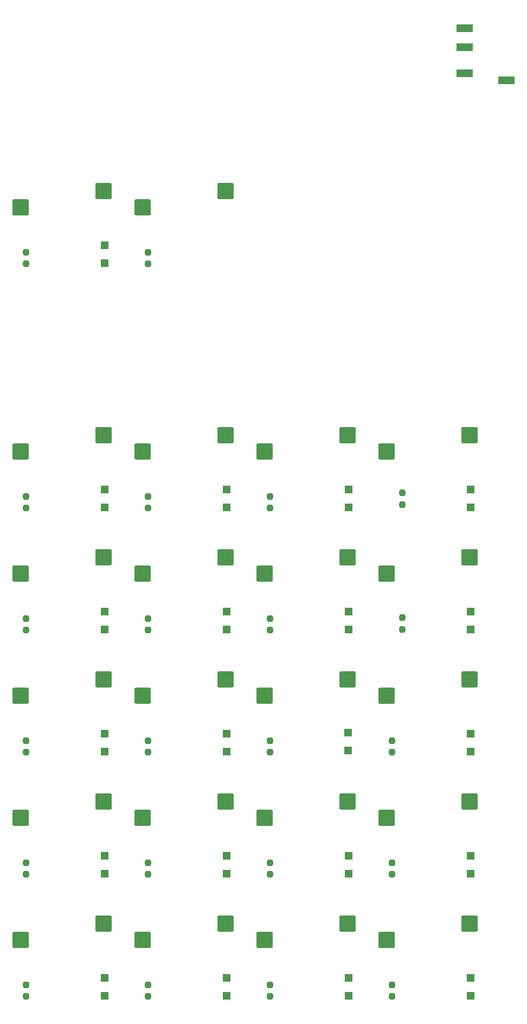
<source format=gbp>
%TF.GenerationSoftware,KiCad,Pcbnew,8.0.3*%
%TF.CreationDate,2024-07-24T12:49:43+02:00*%
%TF.ProjectId,programmable,70726f67-7261-46d6-9d61-626c652e6b69,rev?*%
%TF.SameCoordinates,Original*%
%TF.FileFunction,Paste,Bot*%
%TF.FilePolarity,Positive*%
%FSLAX46Y46*%
G04 Gerber Fmt 4.6, Leading zero omitted, Abs format (unit mm)*
G04 Created by KiCad (PCBNEW 8.0.3) date 2024-07-24 12:49:43*
%MOMM*%
%LPD*%
G01*
G04 APERTURE LIST*
G04 Aperture macros list*
%AMRoundRect*
0 Rectangle with rounded corners*
0 $1 Rounding radius*
0 $2 $3 $4 $5 $6 $7 $8 $9 X,Y pos of 4 corners*
0 Add a 4 corners polygon primitive as box body*
4,1,4,$2,$3,$4,$5,$6,$7,$8,$9,$2,$3,0*
0 Add four circle primitives for the rounded corners*
1,1,$1+$1,$2,$3*
1,1,$1+$1,$4,$5*
1,1,$1+$1,$6,$7*
1,1,$1+$1,$8,$9*
0 Add four rect primitives between the rounded corners*
20,1,$1+$1,$2,$3,$4,$5,0*
20,1,$1+$1,$4,$5,$6,$7,0*
20,1,$1+$1,$6,$7,$8,$9,0*
20,1,$1+$1,$8,$9,$2,$3,0*%
G04 Aperture macros list end*
%ADD10RoundRect,0.200000X-1.075000X-1.050000X1.075000X-1.050000X1.075000X1.050000X-1.075000X1.050000X0*%
%ADD11R,1.200000X1.200000*%
%ADD12RoundRect,0.237500X-0.237500X0.250000X-0.237500X-0.250000X0.237500X-0.250000X0.237500X0.250000X0*%
%ADD13R,2.500000X1.200000*%
G04 APERTURE END LIST*
D10*
%TO.C,S16*%
X109117500Y-138139600D03*
X122044500Y-135599600D03*
%TD*%
%TO.C,S6*%
X109117500Y-100039600D03*
X122044500Y-97499600D03*
%TD*%
%TO.C,S22*%
X109117500Y-176239600D03*
X122044500Y-173699600D03*
%TD*%
%TO.C,S18*%
X51967500Y-157189600D03*
X64894500Y-154649600D03*
%TD*%
%TO.C,S17*%
X90067500Y-176239600D03*
X102994500Y-173699600D03*
%TD*%
%TO.C,S19*%
X71017500Y-157189600D03*
X83944500Y-154649600D03*
%TD*%
%TO.C,S4*%
X71017500Y-100039600D03*
X83944500Y-97499600D03*
%TD*%
%TO.C,S21*%
X109117500Y-157189600D03*
X122044500Y-154649600D03*
%TD*%
%TO.C,S14*%
X71017500Y-138139600D03*
X83944500Y-135599600D03*
%TD*%
%TO.C,S9*%
X71017500Y-119089600D03*
X83944500Y-116549600D03*
%TD*%
%TO.C,S3*%
X51967500Y-100039600D03*
X64894500Y-97499600D03*
%TD*%
%TO.C,S1*%
X51967500Y-61939600D03*
X64894500Y-59399600D03*
%TD*%
%TO.C,S8*%
X51967500Y-119089600D03*
X64894500Y-116549600D03*
%TD*%
%TO.C,S5*%
X90067500Y-100039600D03*
X102994500Y-97499600D03*
%TD*%
%TO.C,S11*%
X109117500Y-119089600D03*
X122044500Y-116549600D03*
%TD*%
%TO.C,S15*%
X90067500Y-138139600D03*
X102994500Y-135599600D03*
%TD*%
%TO.C,S2*%
X71017500Y-61939600D03*
X83944500Y-59399600D03*
%TD*%
%TO.C,S10*%
X90067500Y-119089600D03*
X102994500Y-116549600D03*
%TD*%
%TO.C,S13*%
X51967500Y-138139600D03*
X64894500Y-135599600D03*
%TD*%
%TO.C,S12*%
X71017500Y-176239600D03*
X83944500Y-173699600D03*
%TD*%
%TO.C,S7*%
X51967500Y-176239600D03*
X64894500Y-173699600D03*
%TD*%
%TO.C,S20*%
X90067500Y-157189600D03*
X102994500Y-154649600D03*
%TD*%
D11*
%TO.C,D21*%
X122252500Y-165869600D03*
X122252500Y-163069600D03*
%TD*%
D12*
%TO.C,R5*%
X90882500Y-107017100D03*
X90882500Y-108842100D03*
%TD*%
%TO.C,R13*%
X52782500Y-145117100D03*
X52782500Y-146942100D03*
%TD*%
D11*
%TO.C,D19*%
X84152500Y-165869600D03*
X84152500Y-163069600D03*
%TD*%
%TO.C,D3*%
X65102500Y-108719600D03*
X65102500Y-105919600D03*
%TD*%
%TO.C,D16*%
X122252500Y-146819600D03*
X122252500Y-144019600D03*
%TD*%
%TO.C,D6*%
X122252500Y-108719600D03*
X122252500Y-105919600D03*
%TD*%
D12*
%TO.C,R22*%
X71832500Y-68917100D03*
X71832500Y-70742100D03*
%TD*%
%TO.C,R11*%
X111552500Y-125954600D03*
X111552500Y-127779600D03*
%TD*%
%TO.C,R15*%
X90882500Y-145117100D03*
X90882500Y-146942100D03*
%TD*%
D11*
%TO.C,D12*%
X103202500Y-184919600D03*
X103202500Y-182119600D03*
%TD*%
%TO.C,D11*%
X122252500Y-127769600D03*
X122252500Y-124969600D03*
%TD*%
%TO.C,D14*%
X84152500Y-146819600D03*
X84152500Y-144019600D03*
%TD*%
D13*
%TO.C,J1*%
X121297500Y-36974600D03*
X121297500Y-40974600D03*
X121297500Y-33974600D03*
X127797500Y-42074600D03*
%TD*%
D12*
%TO.C,R20*%
X90882500Y-164167100D03*
X90882500Y-165992100D03*
%TD*%
D11*
%TO.C,D13*%
X65102500Y-146819600D03*
X65102500Y-144019600D03*
%TD*%
D12*
%TO.C,R19*%
X71832500Y-164167100D03*
X71832500Y-165992100D03*
%TD*%
%TO.C,R3*%
X111552500Y-106454600D03*
X111552500Y-108279600D03*
%TD*%
%TO.C,R2*%
X52782500Y-68917100D03*
X52782500Y-70742100D03*
%TD*%
D11*
%TO.C,D10*%
X103202500Y-127769600D03*
X103202500Y-124969600D03*
%TD*%
D12*
%TO.C,R18*%
X52782500Y-164167100D03*
X52782500Y-165992100D03*
%TD*%
%TO.C,R8*%
X52782500Y-126067100D03*
X52782500Y-127892100D03*
%TD*%
%TO.C,R6*%
X71832500Y-107017100D03*
X71832500Y-108842100D03*
%TD*%
D11*
%TO.C,D20*%
X103202500Y-165869600D03*
X103202500Y-163069600D03*
%TD*%
%TO.C,D15*%
X103052500Y-146679600D03*
X103052500Y-143879600D03*
%TD*%
D12*
%TO.C,R9*%
X71832500Y-126067100D03*
X71832500Y-127892100D03*
%TD*%
%TO.C,R1*%
X52782500Y-183217100D03*
X52782500Y-185042100D03*
%TD*%
%TO.C,R17*%
X109932500Y-183217100D03*
X109932500Y-185042100D03*
%TD*%
D11*
%TO.C,D9*%
X84152500Y-127769600D03*
X84152500Y-124969600D03*
%TD*%
%TO.C,D7*%
X84152500Y-184919600D03*
X84152500Y-182119600D03*
%TD*%
D12*
%TO.C,R4*%
X71832500Y-183217100D03*
X71832500Y-185042100D03*
%TD*%
D11*
%TO.C,D2*%
X65102500Y-184919600D03*
X65102500Y-182119600D03*
%TD*%
%TO.C,D5*%
X103202500Y-108719600D03*
X103202500Y-105919600D03*
%TD*%
D12*
%TO.C,R21*%
X109932500Y-164167100D03*
X109932500Y-165992100D03*
%TD*%
%TO.C,R16*%
X109932500Y-145117100D03*
X109932500Y-146942100D03*
%TD*%
D11*
%TO.C,D17*%
X122252500Y-184919600D03*
X122252500Y-182119600D03*
%TD*%
D12*
%TO.C,R14*%
X71832500Y-145117100D03*
X71832500Y-146942100D03*
%TD*%
D11*
%TO.C,D1*%
X65102500Y-70619600D03*
X65102500Y-67819600D03*
%TD*%
D12*
%TO.C,R7*%
X52782500Y-107017100D03*
X52782500Y-108842100D03*
%TD*%
D11*
%TO.C,D4*%
X84152500Y-108719600D03*
X84152500Y-105919600D03*
%TD*%
%TO.C,D8*%
X65102500Y-127769600D03*
X65102500Y-124969600D03*
%TD*%
%TO.C,D18*%
X65102500Y-165869600D03*
X65102500Y-163069600D03*
%TD*%
D12*
%TO.C,R10*%
X90882500Y-126067100D03*
X90882500Y-127892100D03*
%TD*%
%TO.C,R12*%
X90882500Y-183217100D03*
X90882500Y-185042100D03*
%TD*%
M02*

</source>
